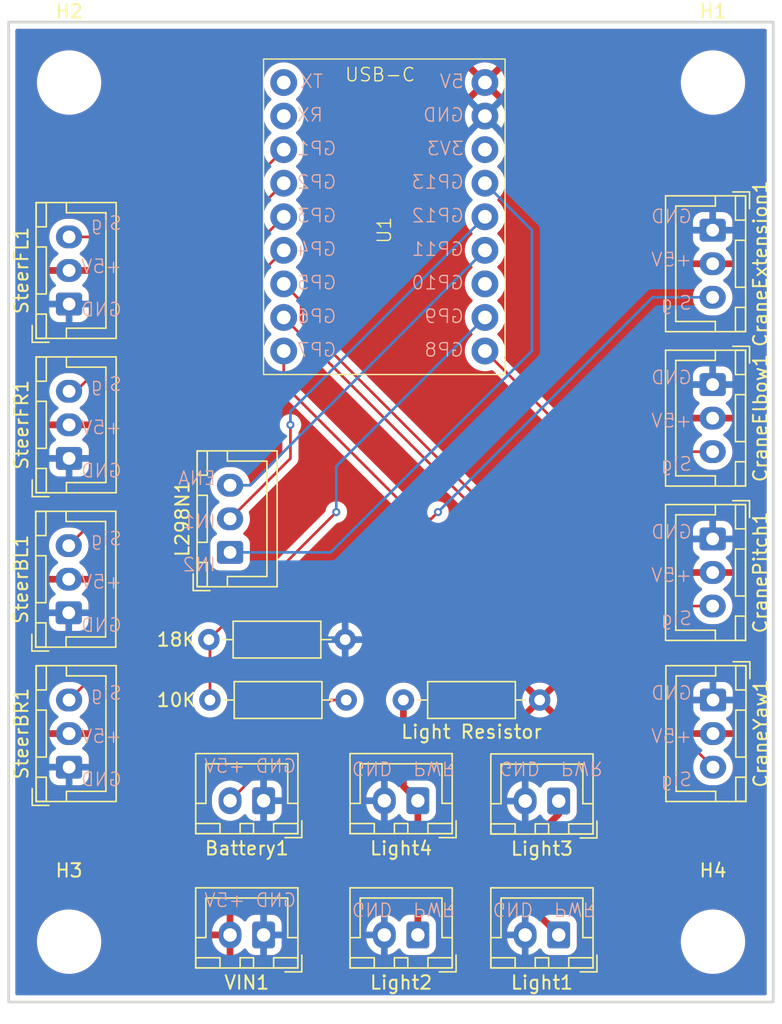
<source format=kicad_pcb>
(kicad_pcb (version 20241229) (generator "pcbnew") (generator_version "9.0")
  (layers (0 "F.Cu" signal) (2 "B.Cu" signal) (13 "F.Paste" user) (15 "B.Paste" user) (5 "F.SilkS" user "F.Silkscreen") (7 "B.SilkS" user "B.Silkscreen") (1 "F.Mask" user) (3 "B.Mask" user) (25 "Edge.Cuts" user))
  (net 0 "")
  (net 1 "+5V")
  (net 2 "GND")
  (net 3 "Signal_Steer_Servo_Front_Left")
  (net 4 "Signal_Steer_Servo_Front_Right")
  (net 5 "Signal_Steer_Servo_Back_Left")
  (net 6 "Signal_Steer_Servo_Back_Right")
  (net 7 "L298N_IN2")
  (net 8 "L298N_IN1")
  (net 9 "Crane_Servo_Elbow")
  (net 10 "Crane_Servo_Extension")
  (net 11 "Crane_Servo_Yaw")
  (net 12 "Crane_Servo_Pitch")
  (net 16 "Net-(Light1-Pin_1)")
  (net 18 "L298N_ENA")
  (net 19 "Net-(Battery1-Pin_2)")
  (net 20 "Battery_Voltage_Measure")
  (footprint "Connector_JST:JST_XH_B2B-XH-A_1x02_P2.50mm_Vertical" (layer "F.Cu") (at 136.5 125 180)
    (property "Reference" "VIN1" (at 1.25 -3.55 0) (layer "F.SilkS"))
    (property "Value" "VIN")
    (pad "1" thru_hole roundrect (at 0 0 180) (size 1.7 2) (drill 1) (layers "*.Cu" "*.Mask") (roundrect_rratio 0.147059) (net 2 "GND"))
    (pad "2" thru_hole oval (at 2.5 0 180) (size 1.7 2) (drill 1) (layers "*.Cu" "*.Mask") (net 1 "+5V"))
  )
  (footprint "Connector_JST:JST_XH_B3B-XH-A_1x03_P2.50mm_Vertical" (layer "F.Cu") (at 122 78 90)
    (property "Reference" "SteerFL1" (at 2.5 -3.55 90) (layer "F.SilkS"))
    (property "Value" "Steer Servo Front Left")
    (pad "1" thru_hole roundrect (at 0 0 90) (size 1.7 1.95) (drill 0.95) (layers "*.Cu" "*.Mask") (roundrect_rratio 0.147059) (net 2 "GND"))
    (pad "2" thru_hole oval (at 2.5 0 90) (size 1.7 1.95) (drill 0.95) (layers "*.Cu" "*.Mask") (net 1 "+5V"))
    (pad "3" thru_hole oval (at 5 0 90) (size 1.7 1.95) (drill 0.95) (layers "*.Cu" "*.Mask") (net 3 "Signal_Steer_Servo_Front_Left"))
  )
  (footprint "Connector_JST:JST_XH_B2B-XH-A_1x02_P2.50mm_Vertical" (layer "F.Cu") (at 148 115 180)
    (property "Reference" "Light4" (at 1.25 -3.55 0) (layer "F.SilkS"))
    (property "Value" "Light_4")
    (pad "1" thru_hole roundrect (at 0 0 180) (size 1.7 2) (drill 1) (layers "*.Cu" "*.Mask") (roundrect_rratio 0.147059) (net 16 "Net-(Light1-Pin_1)"))
    (pad "2" thru_hole oval (at 2.5 0 180) (size 1.7 2) (drill 1) (layers "*.Cu" "*.Mask") (net 2 "GND"))
  )
  (footprint "Resistor_THT:R_Axial_DIN0207_L6.3mm_D2.5mm_P10.16mm_Horizontal" (layer "F.Cu") (at 132.42 103)
    (property "Reference" "18K" (at -2.42 0 0) (layer "F.SilkS"))
    (property "Value" "10000")
    (pad "1" thru_hole circle (at 0 0) (size 1.6 1.6) (drill 0.8) (layers "*.Cu" "*.Mask") (net 20 "Battery_Voltage_Measure"))
    (pad "2" thru_hole oval (at 10.16 0) (size 1.6 1.6) (drill 0.8) (layers "*.Cu" "*.Mask") (net 2 "GND"))
  )
  (footprint "MountingHole:MountingHole_4.3mm_M4" (layer "F.Cu") (at 122 61.5)
    (property "Reference" "H2" (at 0 -5.3 0) (layer "F.SilkS"))
    (property "Value" "MountingHole")
    (pad "" np_thru_hole circle (at 0 0) (size 4.3 4.3) (drill 4.3) (layers "*.Cu" "*.Mask"))
  )
  (footprint "1-5 scale boards:ESP32-S3-SUPERMINI" (layer "F.Cu") (at 145.5 71.5)
    (property "Reference" "U1" (at 0 1 90) (layer "F.SilkS") (effects (font (thickness 0.1))))
    (property "Value" "~")
    (fp_text user "USB-C" (at -3 -10 0) (layer "F.SilkS") (effects (font (thickness 0.1)) (justify left bottom)))
    (fp_text user "GP10" (at 6 5.5 0) (layer "B.SilkS") (effects (font (thickness 0.1)) (justify left bottom mirror)))
    (fp_text user "GP2" (at -3.5 -2 0) (layer "B.SilkS") (effects (font (thickness 0.1)) (justify left bottom mirror)))
    (fp_text user "GP1" (at -3.5 -4.5 0) (layer "B.SilkS") (effects (font (thickness 0.1)) (justify left bottom mirror)))
    (fp_text user "GP6" (at -3.5 8 0) (layer "B.SilkS") (effects (font (thickness 0.1)) (justify left bottom mirror)))
    (fp_text user "TX" (at -4.5 -9.5 0) (layer "B.SilkS") (effects (font (thickness 0.1)) (justify left bottom mirror)))
    (fp_text user "GP11" (at 6 3 0) (layer "B.SilkS") (effects (font (thickness 0.1)) (justify left bottom mirror)))
    (fp_text user "GP13" (at 6 -2 0) (layer "B.SilkS") (effects (font (thickness 0.1)) (justify left bottom mirror)))
    (fp_text user "GP5" (at -3.5 5.5 0) (layer "B.SilkS") (effects (font (thickness 0.1)) (justify left bottom mirror)))
    (fp_text user "GP7" (at -3.5 10.5 0) (layer "B.SilkS") (effects (font (thickness 0.1)) (justify left bottom mirror)))
    (fp_text user "5V" (at 6 -9.5 0) (layer "B.SilkS") (effects (font (thickness 0.1)) (justify left bottom mirror)))
    (fp_text user "GP8" (at 6 10.5 0) (layer "B.SilkS") (effects (font (thickness 0.1)) (justify left bottom mirror)))
    (fp_text user "GP3" (at -3.5 0.5 0) (layer "B.SilkS") (effects (font (thickness 0.1)) (justify left bottom mirror)))
    (fp_text user "GND" (at 6 -7 0) (layer "B.SilkS") (effects (font (thickness 0.1)) (justify left bottom mirror)))
    (fp_text user "GP9" (at 6 8 0) (layer "B.SilkS") (effects (font (thickness 0.1)) (justify left bottom mirror)))
    (fp_text user "GP12" (at 6 0.5 0) (layer "B.SilkS") (effects (font (thickness 0.1)) (justify left bottom mirror)))
    (fp_text user "GP4" (at -3.5 3 0) (layer "B.SilkS") (effects (font (thickness 0.1)) (justify left bottom mirror)))
    (fp_text user "3V3" (at 6 -4.5 0) (layer "B.SilkS") (effects (font (thickness 0.1)) (justify left bottom mirror)))
    (fp_text user "RX" (at -4.5 -7 0) (layer "B.SilkS") (effects (font (thickness 0.1)) (justify left bottom mirror)))
    (pad "1" thru_hole circle (at -7.5 -5) (size 2 2) (drill 1.02) (layers "*.Cu" "*.Mask") (net 3 "Signal_Steer_Servo_Front_Left"))
    (pad "2" thru_hole circle (at -7.5 -2.5) (size 2 2) (drill 1.02) (layers "*.Cu" "*.Mask") (net 4 "Signal_Steer_Servo_Front_Right"))
    (pad "3" thru_hole circle (at -7.5 0) (size 2 2) (drill 1.02) (layers "*.Cu" "*.Mask") (net 5 "Signal_Steer_Servo_Back_Left"))
    (pad "4" thru_hole circle (at -7.5 2.5) (size 2 2) (drill 1.02) (layers "*.Cu" "*.Mask") (net 6 "Signal_Steer_Servo_Back_Right"))
    (pad "5" thru_hole circle (at -7.5 5) (size 2 2) (drill 1.02) (layers "*.Cu" "*.Mask") (net 12 "Crane_Servo_Pitch"))
    (pad "6" thru_hole circle (at -7.5 7.5) (size 2 2) (drill 1.02) (layers "*.Cu" "*.Mask") (net 11 "Crane_Servo_Yaw"))
    (pad "7" thru_hole circle (at -7.5 10) (size 2 2) (drill 1.02) (layers "*.Cu" "*.Mask") (net 10 "Crane_Servo_Extension"))
    (pad "8" thru_hole circle (at 7.5 10) (size 2 2) (drill 1.02) (layers "*.Cu" "*.Mask") (net 9 "Crane_Servo_Elbow"))
    (pad "9" thru_hole circle (at 7.5 7.5) (size 2 2) (drill 1.02) (layers "*.Cu" "*.Mask") (net 20 "Battery_Voltage_Measure"))
    (pad "10" thru_hole circle (at 7.5 5) (size 2 2) (drill 1.02) (layers "*.Cu" "*.Mask"))
    (pad "11" thru_hole circle (at 7.5 2.5) (size 2 2) (drill 1.02) (layers "*.Cu" "*.Mask") (net 18 "L298N_ENA"))
    (pad "12" thru_hole circle (at 7.5 0) (size 2 2) (drill 1.02) (layers "*.Cu" "*.Mask") (net 7 "L298N_IN2"))
    (pad "13" thru_hole circle (at 7.5 -2.5) (size 2 2) (drill 1.02) (layers "*.Cu" "*.Mask") (net 8 "L298N_IN1"))
    (pad "14" thru_hole circle (at 7.5 -5) (size 2 2) (drill 1.02) (layers "*.Cu" "*.Mask"))
    (pad "15" thru_hole circle (at 7.5 -7.5) (size 2 2) (drill 1.02) (layers "*.Cu" "*.Mask") (net 2 "GND"))
    (pad "16" thru_hole circle (at 7.5 -10) (size 2 2) (drill 1.02) (layers "*.Cu" "*.Mask") (net 1 "+5V"))
    (pad "17" thru_hole circle (at -7.5 -10) (size 2 2) (drill 1.02) (layers "*.Cu" "*.Mask"))
    (pad "18" thru_hole circle (at -7.5 -7.5) (size 2 2) (drill 1.02) (layers "*.Cu" "*.Mask"))
  )
  (footprint "Resistor_THT:R_Axial_DIN0207_L6.3mm_D2.5mm_P10.16mm_Horizontal" (layer "F.Cu") (at 142.66 107.5 180)
    (property "Reference" "10K" (at 12.66 0 0) (layer "F.SilkS"))
    (property "Value" "18000")
    (pad "1" thru_hole circle (at 0 0 180) (size 1.6 1.6) (drill 0.8) (layers "*.Cu" "*.Mask") (net 19 "Net-(Battery1-Pin_2)"))
    (pad "2" thru_hole oval (at 10.16 0 180) (size 1.6 1.6) (drill 0.8) (layers "*.Cu" "*.Mask") (net 20 "Battery_Voltage_Measure"))
  )
  (footprint "Connector_JST:JST_XH_B3B-XH-A_1x03_P2.50mm_Vertical" (layer "F.Cu") (at 169.975 95.5 -90)
    (property "Reference" "CranePitch1" (at 2.5 -3.55 90) (layer "F.SilkS"))
    (property "Value" "Crane Servo Pitch")
    (pad "1" thru_hole roundrect (at 0 0 270) (size 1.7 1.95) (drill 0.95) (layers "*.Cu" "*.Mask") (roundrect_rratio 0.147059) (net 2 "GND"))
    (pad "2" thru_hole oval (at 2.5 0 270) (size 1.7 1.95) (drill 0.95) (layers "*.Cu" "*.Mask") (net 1 "+5V"))
    (pad "3" thru_hole oval (at 5 0 270) (size 1.7 1.95) (drill 0.95) (layers "*.Cu" "*.Mask") (net 12 "Crane_Servo_Pitch"))
  )
  (footprint "Resistor_THT:R_Axial_DIN0207_L6.3mm_D2.5mm_P10.16mm_Horizontal" (layer "F.Cu") (at 157.08 107.5 180)
    (property "Reference" "Light Resistor" (at 5.08 -2.37 0) (layer "F.SilkS"))
    (property "Value" "R")
    (pad "1" thru_hole circle (at 0 0 180) (size 1.6 1.6) (drill 0.8) (layers "*.Cu" "*.Mask") (net 1 "+5V"))
    (pad "2" thru_hole oval (at 10.16 0 180) (size 1.6 1.6) (drill 0.8) (layers "*.Cu" "*.Mask") (net 16 "Net-(Light1-Pin_1)"))
  )
  (footprint "Connector_JST:JST_XH_B2B-XH-A_1x02_P2.50mm_Vertical" (layer "F.Cu") (at 148 125 180)
    (property "Reference" "Light2" (at 1.25 -3.55 0) (layer "F.SilkS"))
    (property "Value" "Light_2")
    (pad "1" thru_hole roundrect (at 0 0 180) (size 1.7 2) (drill 1) (layers "*.Cu" "*.Mask") (roundrect_rratio 0.147059) (net 16 "Net-(Light1-Pin_1)"))
    (pad "2" thru_hole oval (at 2.5 0 180) (size 1.7 2) (drill 1) (layers "*.Cu" "*.Mask") (net 2 "GND"))
  )
  (footprint "Connector_JST:JST_XH_B3B-XH-A_1x03_P2.50mm_Vertical" (layer "F.Cu") (at 122 89.5 90)
    (property "Reference" "SteerFR1" (at 2.5 -3.55 90) (layer "F.SilkS"))
    (property "Value" "Steer Servo Front Right")
    (pad "1" thru_hole roundrect (at 0 0 90) (size 1.7 1.95) (drill 0.95) (layers "*.Cu" "*.Mask") (roundrect_rratio 0.147059) (net 2 "GND"))
    (pad "2" thru_hole oval (at 2.5 0 90) (size 1.7 1.95) (drill 0.95) (layers "*.Cu" "*.Mask") (net 1 "+5V"))
    (pad "3" thru_hole oval (at 5 0 90) (size 1.7 1.95) (drill 0.95) (layers "*.Cu" "*.Mask") (net 4 "Signal_Steer_Servo_Front_Right"))
  )
  (footprint "MountingHole:MountingHole_4.3mm_M4" (layer "F.Cu") (at 170 125.5)
    (property "Reference" "H4" (at 0 -5.3 0) (layer "F.SilkS"))
    (property "Value" "MountingHole")
    (pad "" np_thru_hole circle (at 0 0) (size 4.3 4.3) (drill 4.3) (layers "*.Cu" "*.Mask"))
  )
  (footprint "Connector_JST:JST_XH_B3B-XH-A_1x03_P2.50mm_Vertical" (layer "F.Cu") (at 170 107.5 -90)
    (property "Reference" "CraneYaw1" (at 2.5 -3.55 90) (layer "F.SilkS"))
    (property "Value" "Crane Servo Yaw")
    (pad "1" thru_hole roundrect (at 0 0 270) (size 1.7 1.95) (drill 0.95) (layers "*.Cu" "*.Mask") (roundrect_rratio 0.147059) (net 2 "GND"))
    (pad "2" thru_hole oval (at 2.5 0 270) (size 1.7 1.95) (drill 0.95) (layers "*.Cu" "*.Mask") (net 1 "+5V"))
    (pad "3" thru_hole oval (at 5 0 270) (size 1.7 1.95) (drill 0.95) (layers "*.Cu" "*.Mask") (net 11 "Crane_Servo_Yaw"))
  )
  (footprint "MountingHole:MountingHole_4.3mm_M4" (layer "F.Cu") (at 170 61.5)
    (property "Reference" "H1" (at 0 -5.3 0) (layer "F.SilkS"))
    (property "Value" "MountingHole")
    (pad "" np_thru_hole circle (at 0 0) (size 4.3 4.3) (drill 4.3) (layers "*.Cu" "*.Mask"))
  )
  (footprint "MountingHole:MountingHole_4.3mm_M4" (layer "F.Cu") (at 122 125.5)
    (property "Reference" "H3" (at 0 -5.3 0) (layer "F.SilkS"))
    (property "Value" "MountingHole")
    (pad "" np_thru_hole circle (at 0 0) (size 4.3 4.3) (drill 4.3) (layers "*.Cu" "*.Mask"))
  )
  (footprint "Connector_JST:JST_XH_B2B-XH-A_1x02_P2.50mm_Vertical" (layer "F.Cu") (at 136.5 115 180)
    (property "Reference" "Battery1" (at 1.25 -3.55 0) (layer "F.SilkS"))
    (property "Value" "Battery")
    (pad "1" thru_hole roundrect (at 0 0 180) (size 1.7 2) (drill 1) (layers "*.Cu" "*.Mask") (roundrect_rratio 0.147059) (net 2 "GND"))
    (pad "2" thru_hole oval (at 2.5 0 180) (size 1.7 2) (drill 1) (layers "*.Cu" "*.Mask") (net 19 "Net-(Battery1-Pin_2)"))
  )
  (footprint "Connector_JST:JST_XH_B3B-XH-A_1x03_P2.50mm_Vertical" (layer "F.Cu") (at 122 112.5 90)
    (property "Reference" "SteerBR1" (at 2.5 -3.55 90) (layer "F.SilkS"))
    (property "Value" "Steer Servo Back Right")
    (pad "1" thru_hole roundrect (at 0 0 90) (size 1.7 1.95) (drill 0.95) (layers "*.Cu" "*.Mask") (roundrect_rratio 0.147059) (net 2 "GND"))
    (pad "2" thru_hole oval (at 2.5 0 90) (size 1.7 1.95) (drill 0.95) (layers "*.Cu" "*.Mask") (net 1 "+5V"))
    (pad "3" thru_hole oval (at 5 0 90) (size 1.7 1.95) (drill 0.95) (layers "*.Cu" "*.Mask") (net 6 "Signal_Steer_Servo_Back_Right"))
  )
  (footprint "Connector_JST:JST_XH_B2B-XH-A_1x02_P2.50mm_Vertical" (layer "F.Cu") (at 158.5 115.025 180)
    (property "Reference" "Light3" (at 1.25 -3.55 0) (layer "F.SilkS"))
    (property "Value" "Light_3")
    (pad "1" thru_hole roundrect (at 0 0 180) (size 1.7 2) (drill 1) (layers "*.Cu" "*.Mask") (roundrect_rratio 0.147059) (net 16 "Net-(Light1-Pin_1)"))
    (pad "2" thru_hole oval (at 2.5 0 180) (size 1.7 2) (drill 1) (layers "*.Cu" "*.Mask") (net 2 "GND"))
  )
  (footprint "Connector_JST:JST_XH_B3B-XH-A_1x03_P2.50mm_Vertical" (layer "F.Cu") (at 121.975 101 90)
    (property "Reference" "SteerBL1" (at 2.5 -3.55 90) (layer "F.SilkS"))
    (property "Value" "Steer Servo Back Left")
    (pad "1" thru_hole roundrect (at 0 0 90) (size 1.7 1.95) (drill 0.95) (layers "*.Cu" "*.Mask") (roundrect_rratio 0.147059) (net 2 "GND"))
    (pad "2" thru_hole oval (at 2.5 0 90) (size 1.7 1.95) (drill 0.95) (layers "*.Cu" "*.Mask") (net 1 "+5V"))
    (pad "3" thru_hole oval (at 5 0 90) (size 1.7 1.95) (drill 0.95) (layers "*.Cu" "*.Mask") (net 5 "Signal_Steer_Servo_Back_Left"))
  )
  (footprint "Connector_JST:JST_XH_B3B-XH-A_1x03_P2.50mm_Vertical" (layer "F.Cu") (at 134 96.5 90)
    (property "Reference" "L298N1" (at 2.5 -3.55 90) (layer "F.SilkS"))
    (property "Value" "Motor Driver (L298N)")
    (pad "1" thru_hole roundrect (at 0 0 90) (size 1.7 1.95) (drill 0.95) (layers "*.Cu" "*.Mask") (roundrect_rratio 0.147059) (net 8 "L298N_IN1"))
    (pad "2" thru_hole oval (at 2.5 0 90) (size 1.7 1.95) (drill 0.95) (layers "*.Cu" "*.Mask") (net 7 "L298N_IN2"))
    (pad "3" thru_hole oval (at 5 0 90) (size 1.7 1.95) (drill 0.95) (layers "*.Cu" "*.Mask") (net 18 "L298N_ENA"))
  )
  (footprint "Connector_JST:JST_XH_B2B-XH-A_1x02_P2.50mm_Vertical" (layer "F.Cu") (at 158.5 125 180)
    (property "Reference" "Light1" (at 1.25 -3.55 0) (layer "F.SilkS"))
    (property "Value" "Light_1")
    (pad "1" thru_hole roundrect (at 0 0 180) (size 1.7 2) (drill 1) (layers "*.Cu" "*.Mask") (roundrect_rratio 0.147059) (net 16 "Net-(Light1-Pin_1)"))
    (pad "2" thru_hole oval (at 2.5 0 180) (size 1.7 2) (drill 1) (layers "*.Cu" "*.Mask") (net 2 "GND"))
  )
  (footprint "Connector_JST:JST_XH_B3B-XH-A_1x03_P2.50mm_Vertical" (layer "F.Cu") (at 169.975 72.5 -90)
    (property "Reference" "CraneExtension1" (at 2.5 -3.55 90) (layer "F.SilkS"))
    (property "Value" "Crane Servo Extension")
    (pad "1" thru_hole roundrect (at 0 0 270) (size 1.7 1.95) (drill 0.95) (layers "*.Cu" "*.Mask") (roundrect_rratio 0.147059) (net 2 "GND"))
    (pad "2" thru_hole oval (at 2.5 0 270) (size 1.7 1.95) (drill 0.95) (layers "*.Cu" "*.Mask") (net 1 "+5V"))
    (pad "3" thru_hole oval (at 5 0 270) (size 1.7 1.95) (drill 0.95) (layers "*.Cu" "*.Mask") (net 10 "Crane_Servo_Extension"))
  )
  (footprint "Connector_JST:JST_XH_B3B-XH-A_1x03_P2.50mm_Vertical" (layer "F.Cu") (at 169.975 84 -90)
    (property "Reference" "CraneElbow1" (at 2.5 -3.55 90) (layer "F.SilkS"))
    (property "Value" "Crame Servo Elbow")
    (pad "1" thru_hole roundrect (at 0 0 270) (size 1.7 1.95) (drill 0.95) (layers "*.Cu" "*.Mask") (roundrect_rratio 0.147059) (net 2 "GND"))
    (pad "2" thru_hole oval (at 2.5 0 270) (size 1.7 1.95) (drill 0.95) (layers "*.Cu" "*.Mask") (net 1 "+5V"))
    (pad "3" thru_hole oval (at 5 0 270) (size 1.7 1.95) (drill 0.95) (layers "*.Cu" "*.Mask") (net 9 "Crane_Servo_Elbow"))
  )
  (gr_rect (start 117.5 57) (end 174.5 130) (stroke (width 0.2)) (fill no) (layer "Edge.Cuts"))
  (gr_text "GND\n\n+5V\n\nSig" (at 168.5 114 0) (layer "B.SilkS") (effects (font (size 1 1) (thickness 0.1)) (justify left bottom mirror)))
  (gr_text "ENA\n\nIN1\n\nIN2" (at 133 98 0) (layer "B.SilkS") (effects (font (size 1 1) (thickness 0.1)) (justify left bottom mirror)))
  (gr_text "Sig\n\n+5V\n\nGND" (at 126 102.5 0) (layer "B.SilkS") (effects (font (size 1 1) (thickness 0.1)) (justify left bottom mirror)))
  (gr_text "GND +5V" (at 139 123 0) (layer "B.SilkS") (effects (font (size 1 1) (thickness 0.1)) (justify left bottom mirror)))
  (gr_text "Sig\n\n+5V\n\nGND" (at 126 91 0) (layer "B.SilkS") (effects (font (size 1 1) (thickness 0.1)) (justify left bottom mirror)))
  (gr_text "GND +5V" (at 139 113 0) (layer "B.SilkS") (effects (font (size 1 1) (thickness 0.1)) (justify left bottom mirror)))
  (gr_text "GND\n\n+5V\n\nSig" (at 168.5 90.5 0) (layer "B.SilkS") (effects (font (size 1 1) (thickness 0.1)) (justify left bottom mirror)))
  (gr_text "GND  PWR" (at 143 112 180) (layer "B.SilkS") (effects (font (size 1 1) (thickness 0.1)) (justify left bottom mirror)))
  (gr_text "GND\n\n+5V\n\nSig" (at 168.5 102 0) (layer "B.SilkS") (effects (font (size 1 1) (thickness 0.1)) (justify left bottom mirror)))
  (gr_text "Sig\n\n+5V\n\nGND" (at 126 114 0) (layer "B.SilkS") (effects (font (size 1 1) (thickness 0.1)) (justify left bottom mirror)))
  (gr_text "Sig\n\n+5V\n\nGND" (at 126 79 0) (layer "B.SilkS") (effects (font (size 1 1) (thickness 0.1)) (justify left bottom mirror)))
  (gr_text "GND  PWR" (at 143 122.5 180) (layer "B.SilkS") (effects (font (size 1 1) (thickness 0.1)) (justify left bottom mirror)))
  (gr_text "GND  PWR" (at 153.5 122.5 180) (layer "B.SilkS") (effects (font (size 1 1) (thickness 0.1)) (justify left bottom mirror)))
  (gr_text "GND  PWR" (at 154 112 180) (layer "B.SilkS") (effects (font (size 1 1) (thickness 0.1)) (justify left bottom mirror)))
  (gr_text "GND\n\n+5V\n\nSig" (at 168.5 78.5 0) (layer "B.SilkS") (effects (font (size 1 1) (thickness 0.1)) (justify left bottom mirror)))
  (segment (start 122 73) (end 131.5 73) (width 0.2) (layer "F.Cu") (net 3))
  (segment (start 131.5 73) (end 138 66.5) (width 0.2) (layer "F.Cu") (net 3))
  (segment (start 122.5 84.5) (end 138 69) (width 0.2) (layer "F.Cu") (net 4))
  (segment (start 122 84.5) (end 122.5 84.5) (width 0.2) (layer "F.Cu") (net 4))
  (segment (start 126.5 83) (end 138 71.5) (width 0.2) (layer "F.Cu") (net 5))
  (segment (start 121.975 96) (end 126.5 91.475) (width 0.2) (layer "F.Cu") (net 5))
  (segment (start 126.5 91.475) (end 126.5 83) (width 0.2) (layer "F.Cu") (net 5))
  (segment (start 128 90.737892) (end 128 84) (width 0.2) (layer "F.Cu") (net 6))
  (segment (start 128 84) (end 138 74) (width 0.2) (layer "F.Cu") (net 6))
  (segment (start 125 104.5) (end 125 93.737892) (width 0.2) (layer "F.Cu") (net 6))
  (segment (start 125 93.737892) (end 128 90.737892) (width 0.2) (layer "F.Cu") (net 6))
  (segment (start 122 107.5) (end 125 104.5) (width 0.2) (layer "F.Cu") (net 6))
  (segment (start 138.5 87) (end 138.5 89.5) (width 0.2) (layer "F.Cu") (net 7))
  (segment (start 138.5 89.5) (end 134 94) (width 0.2) (layer "F.Cu") (net 7))
  (via (at 138.5 87) (size 0.6) (drill 0.3) (layers "F.Cu" "B.Cu") (net 7))
  (segment (start 138.5 86) (end 138.5 87) (width 0.2) (layer "B.Cu") (net 7))
  (segment (start 153 71.5) (end 138.5 86) (width 0.2) (layer "B.Cu") (net 7))
  (segment (start 156.5 72.5) (end 153 69) (width 0.2) (layer "B.Cu") (net 8))
  (segment (start 134 96.5) (end 141.5 96.5) (width 0.2) (layer "B.Cu") (net 8))
  (segment (start 141.5 96.5) (end 156.5 81.5) (width 0.2) (layer "B.Cu") (net 8))
  (segment (start 156.5 81.5) (end 156.5 72.5) (width 0.2) (layer "B.Cu") (net 8))
  (segment (start 160.5 89) (end 153 81.5) (width 0.2) (layer "F.Cu") (net 9))
  (segment (start 169.975 89) (end 160.5 89) (width 0.2) (layer "F.Cu") (net 9))
  (segment (start 148 94) (end 149 94) (width 0.2) (layer "F.Cu") (net 10))
  (segment (start 138 84) (end 148 94) (width 0.2) (layer "F.Cu") (net 10))
  (segment (start 138 81.5) (end 138 84) (width 0.2) (layer "F.Cu") (net 10))
  (segment (start 149 94) (end 149.5 93.5) (width 0.2) (layer "F.Cu") (net 10))
  (via (at 149.5 93.5) (size 0.6) (drill 0.3) (layers "F.Cu" "B.Cu") (net 10))
  (segment (start 169.975 77.5) (end 165.5 77.5) (width 0.2) (layer "B.Cu") (net 10))
  (segment (start 165.5 77.5) (end 149.5 93.5) (width 0.2) (layer "B.Cu") (net 10))
  (segment (start 163 104) (end 138 79) (width 0.2) (layer "F.Cu") (net 11))
  (segment (start 163 105.5) (end 163 104) (width 0.2) (layer "F.Cu") (net 11))
  (segment (start 170 112.5) (end 163 105.5) (width 0.2) (layer "F.Cu") (net 11))
  (segment (start 139.301 79.301) (end 139.301 77.801) (width 0.2) (layer "F.Cu") (net 12))
  (segment (start 169.975 100.5) (end 160.5 100.5) (width 0.2) (layer "F.Cu") (net 12))
  (segment (start 160.5 100.5) (end 139.301 79.301) (width 0.2) (layer "F.Cu") (net 12))
  (segment (start 139.301 77.801) (end 138 76.5) (width 0.2) (layer "F.Cu") (net 12))
  (segment (start 150 120.5) (end 148 122.5) (width 0.5) (layer "F.Cu") (net 16))
  (segment (start 158.5 116) (end 158.5 115.025) (width 0.5) (layer "F.Cu") (net 16))
  (segment (start 153.025 120.5) (end 154 120.5) (width 0.5) (layer "F.Cu") (net 16))
  (segment (start 146.92 107.5) (end 146.92 113.92) (width 0.5) (layer "F.Cu") (net 16))
  (segment (start 150 120.5) (end 153.025 120.5) (width 0.5) (layer "F.Cu") (net 16))
  (segment (start 148 122.5) (end 148 125) (width 0.5) (layer "F.Cu") (net 16))
  (segment (start 150 120.5) (end 148 118.5) (width 0.5) (layer "F.Cu") (net 16))
  (segment (start 146.92 113.92) (end 148 115) (width 0.5) (layer "F.Cu") (net 16))
  (segment (start 154 120.5) (end 158.5 125) (width 0.5) (layer "F.Cu") (net 16))
  (segment (start 148 115) (end 148 118.5) (width 0.5) (layer "F.Cu") (net 16))
  (segment (start 154 120.5) (end 158.5 116) (width 0.5) (layer "F.Cu") (net 16))
  (segment (start 153 74) (end 135.5 91.5) (width 0.2) (layer "B.Cu") (net 18))
  (segment (start 135.5 91.5) (end 134 91.5) (width 0.2) (layer "B.Cu") (net 18))
  (segment (start 134 115) (end 141.5 107.5) (width 0.2) (layer "F.Cu") (net 19))
  (segment (start 141.5 107.5) (end 142.66 107.5) (width 0.2) (layer "F.Cu") (net 19))
  (segment (start 132.42 103) (end 141.92 93.5) (width 0.2) (layer "F.Cu") (net 20))
  (segment (start 132.5 107.5) (end 132.5 103.08) (width 0.2) (layer "F.Cu") (net 20))
  (segment (start 142 93.5) (end 141.92 93.5) (width 0.2) (layer "F.Cu") (net 20))
  (segment (start 132.5 103.08) (end 132.42 103) (width 0.2) (layer "F.Cu") (net 20))
  (via (at 141.92 93.5) (size 0.6) (drill 0.3) (layers "F.Cu" "B.Cu") (net 20))
  (segment (start 141.92 93.5) (end 141.92 90.08) (width 0.2) (layer "B.Cu") (net 20))
  (segment (start 141.92 90.08) (end 153 79) (width 0.2) (layer "B.Cu") (net 20))
  (zone (net 1) (net_name "+5V") (layer "F.Cu") (connect_pads (clearance 0.5)) (min_thickness 0.25) (fill yes (thermal_gap 0.5) (thermal_bridge_width 0.5))
    (polygon (pts (xy 117.5 57) (xy 174.5 57) (xy 174.5 130) (xy 117.5 130)))
  )
  (zone (net 2) (net_name "GND") (layer "B.Cu") (priority 1) (connect_pads (clearance 0.5)) (min_thickness 0.25) (fill yes (thermal_gap 0.5) (thermal_bridge_width 0.5))
    (polygon (pts (xy 117.5 57) (xy 174.5 57) (xy 174.5 130) (xy 117.5 130)))
  )
)
</source>
